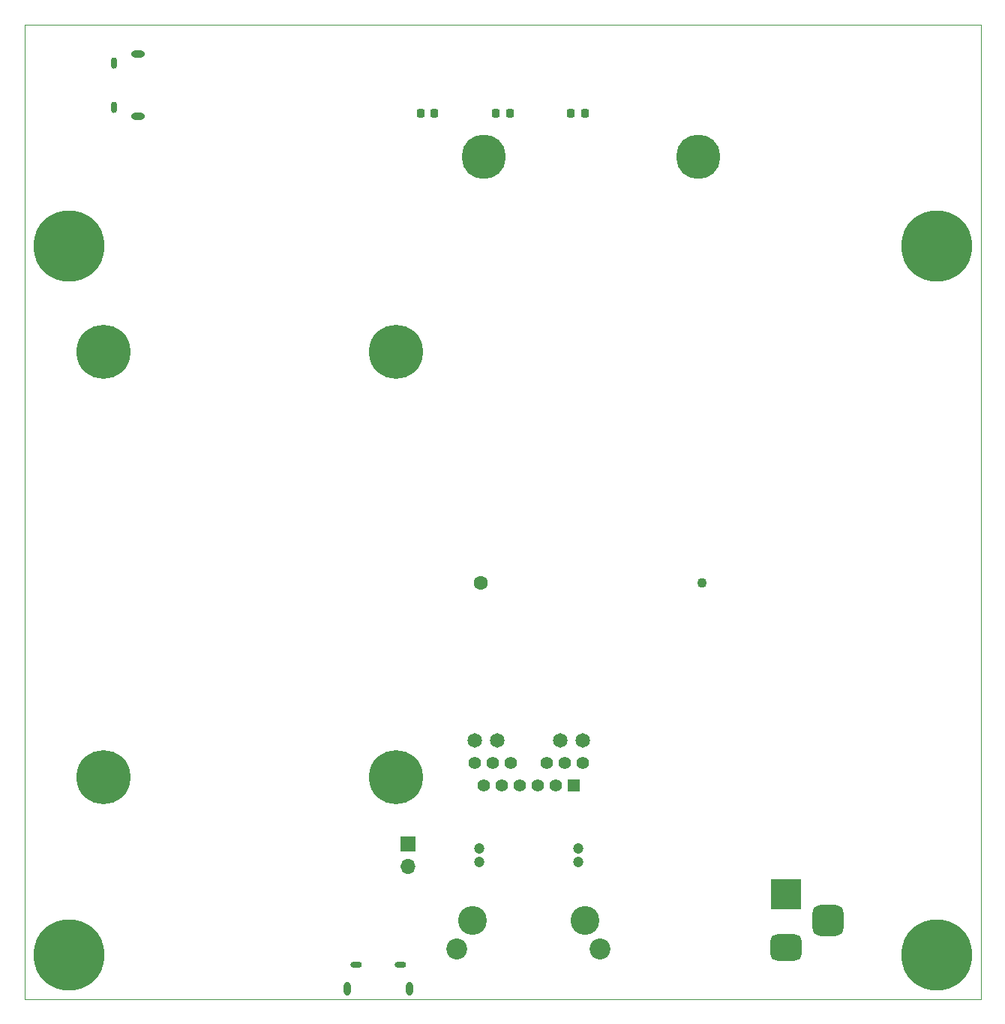
<source format=gbr>
%TF.GenerationSoftware,KiCad,Pcbnew,5.99.0-unknown-b84d1456d5~131~ubuntu20.04.1*%
%TF.CreationDate,2021-09-21T16:18:27-05:00*%
%TF.ProjectId,AP2000,41503230-3030-42e6-9b69-6361645f7063,rev?*%
%TF.SameCoordinates,Original*%
%TF.FileFunction,Soldermask,Bot*%
%TF.FilePolarity,Negative*%
%FSLAX46Y46*%
G04 Gerber Fmt 4.6, Leading zero omitted, Abs format (unit mm)*
G04 Created by KiCad (PCBNEW 5.99.0-unknown-b84d1456d5~131~ubuntu20.04.1) date 2021-09-21 16:18:27*
%MOMM*%
%LPD*%
G01*
G04 APERTURE LIST*
G04 Aperture macros list*
%AMRoundRect*
0 Rectangle with rounded corners*
0 $1 Rounding radius*
0 $2 $3 $4 $5 $6 $7 $8 $9 X,Y pos of 4 corners*
0 Add a 4 corners polygon primitive as box body*
4,1,4,$2,$3,$4,$5,$6,$7,$8,$9,$2,$3,0*
0 Add four circle primitives for the rounded corners*
1,1,$1+$1,$2,$3*
1,1,$1+$1,$4,$5*
1,1,$1+$1,$6,$7*
1,1,$1+$1,$8,$9*
0 Add four rect primitives between the rounded corners*
20,1,$1+$1,$2,$3,$4,$5,0*
20,1,$1+$1,$4,$5,$6,$7,0*
20,1,$1+$1,$6,$7,$8,$9,0*
20,1,$1+$1,$8,$9,$2,$3,0*%
G04 Aperture macros list end*
%TA.AperFunction,Profile*%
%ADD10C,0.100000*%
%TD*%
%ADD11C,5.000000*%
%ADD12C,1.600000*%
%ADD13C,1.100000*%
%ADD14O,1.550000X0.775000*%
%ADD15O,0.650000X1.300000*%
%ADD16O,0.775000X1.550000*%
%ADD17O,1.300000X0.650000*%
%ADD18R,3.500000X3.500000*%
%ADD19RoundRect,0.750000X1.000000X-0.750000X1.000000X0.750000X-1.000000X0.750000X-1.000000X-0.750000X0*%
%ADD20RoundRect,0.875000X0.875000X-0.875000X0.875000X0.875000X-0.875000X0.875000X-0.875000X-0.875000X0*%
%ADD21C,8.000000*%
%ADD22C,7.400000*%
%ADD23R,1.700000X1.700000*%
%ADD24O,1.700000X1.700000*%
%ADD25C,6.100000*%
%ADD26C,3.250000*%
%ADD27R,1.398000X1.398000*%
%ADD28C,1.398000*%
%ADD29C,1.200000*%
%ADD30C,1.650000*%
%ADD31C,2.362500*%
%ADD32RoundRect,0.218750X-0.218750X-0.256250X0.218750X-0.256250X0.218750X0.256250X-0.218750X0.256250X0*%
G04 APERTURE END LIST*
D10*
X108000000Y0D02*
X108000000Y-110000000D01*
X0Y0D02*
X108000000Y0D01*
X0Y-110000000D02*
X108000000Y-110000000D01*
X0Y-110000000D02*
X0Y0D01*
D11*
X51891000Y-14937000D03*
D12*
X51491000Y-62987000D03*
D11*
X76091000Y-14937000D03*
D13*
X76491000Y-62987000D03*
D14*
X12838999Y-10351000D03*
X12838999Y-3351000D03*
D15*
X10138999Y-4351000D03*
X10138999Y-9351000D03*
D16*
X36448002Y-108826503D03*
X43448002Y-108826503D03*
D17*
X42448002Y-106126503D03*
X37448002Y-106126503D03*
D18*
X86000000Y-98135000D03*
D19*
X86000000Y-104135000D03*
D20*
X90700000Y-101135000D03*
D21*
X103000000Y-25000000D03*
D22*
X103000000Y-25000000D03*
D23*
X43273000Y-92522000D03*
D24*
X43273000Y-95062000D03*
D25*
X8971782Y-84965187D03*
X41971782Y-84965187D03*
X41971782Y-36965187D03*
X8971782Y-36965187D03*
D22*
X103000000Y-105000000D03*
D21*
X103000000Y-105000000D03*
D26*
X50565000Y-101160000D03*
X63265000Y-101160000D03*
D27*
X61995000Y-85920000D03*
D28*
X59963000Y-85920000D03*
X57931000Y-85920000D03*
X55899000Y-85920000D03*
X53867000Y-85920000D03*
X51835000Y-85920000D03*
X63011000Y-83380000D03*
X60979000Y-83380000D03*
X58947000Y-83380000D03*
X54883000Y-83380000D03*
X52851000Y-83380000D03*
X50819000Y-83380000D03*
D29*
X62503000Y-93030000D03*
X51327000Y-93030000D03*
X62503000Y-94520000D03*
X51327000Y-94520000D03*
D30*
X63011000Y-80840000D03*
X60471000Y-80840000D03*
X53359000Y-80840000D03*
X50819000Y-80840000D03*
D31*
X64980000Y-104335000D03*
X48850000Y-104335000D03*
D22*
X5000000Y-25000000D03*
D21*
X5000000Y-25000000D03*
X5000000Y-105000000D03*
D22*
X5000000Y-105000000D03*
D32*
X61712500Y-10000000D03*
X63287500Y-10000000D03*
X44712500Y-10000000D03*
X46287500Y-10000000D03*
X53212500Y-10000000D03*
X54787500Y-10000000D03*
M02*

</source>
